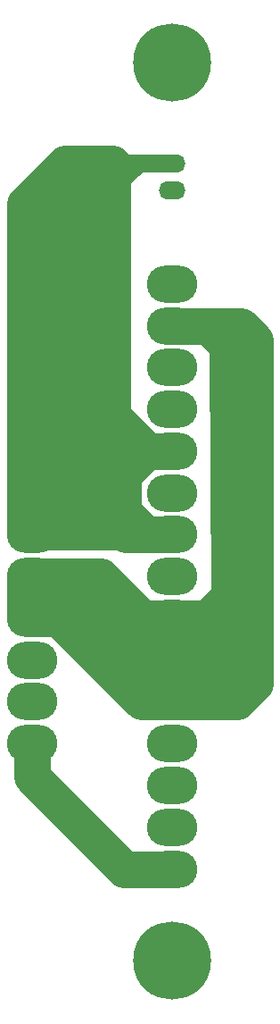
<source format=gtl>
%TF.GenerationSoftware,KiCad,Pcbnew,(5.1.9)-1*%
%TF.CreationDate,2021-05-18T19:43:41+08:00*%
%TF.ProjectId,Tandy1000PowerGeneric,54616e64-7931-4303-9030-506f77657247,rev?*%
%TF.SameCoordinates,Original*%
%TF.FileFunction,Copper,L1,Top*%
%TF.FilePolarity,Positive*%
%FSLAX46Y46*%
G04 Gerber Fmt 4.6, Leading zero omitted, Abs format (unit mm)*
G04 Created by KiCad (PCBNEW (5.1.9)-1) date 2021-05-18 19:43:41*
%MOMM*%
%LPD*%
G01*
G04 APERTURE LIST*
%TA.AperFunction,ComponentPad*%
%ADD10O,2.540000X1.700000*%
%TD*%
%TA.AperFunction,ComponentPad*%
%ADD11O,4.800000X3.500000*%
%TD*%
%TA.AperFunction,ComponentPad*%
%ADD12C,7.400000*%
%TD*%
%TA.AperFunction,Conductor*%
%ADD13C,3.500000*%
%TD*%
%TA.AperFunction,Conductor*%
%ADD14C,1.700000*%
%TD*%
G04 APERTURE END LIST*
D10*
%TO.P,J3,1*%
%TO.N,+12V*%
X173355000Y-64135000D03*
%TO.P,J3,2*%
%TO.N,GND*%
X173355000Y-66675000D03*
%TD*%
D11*
%TO.P,J2,15*%
%TO.N,-12V*%
X173355000Y-131005000D03*
%TO.P,J2,14*%
%TO.N,GND*%
X173355000Y-127045000D03*
%TO.P,J2,13*%
X173355000Y-123085000D03*
%TO.P,J2,12*%
X173355000Y-119125000D03*
%TO.P,J2,11*%
%TO.N,+5V*%
X173355000Y-115165000D03*
%TO.P,J2,10*%
X173355000Y-111205000D03*
%TO.P,J2,9*%
X173355000Y-107245000D03*
%TO.P,J2,8*%
%TO.N,GND*%
X173355000Y-103285000D03*
%TO.P,J2,7*%
%TO.N,+12V*%
X173355000Y-99325000D03*
%TO.P,J2,6*%
%TO.N,Net-(J2-Pad6)*%
X173355000Y-95365000D03*
%TO.P,J2,5*%
%TO.N,+12V*%
X173355000Y-91405000D03*
%TO.P,J2,4*%
%TO.N,GND*%
X173355000Y-87445000D03*
%TO.P,J2,3*%
X173355000Y-83485000D03*
%TO.P,J2,2*%
%TO.N,+5V*%
X173355000Y-79525000D03*
%TO.P,J2,1*%
%TO.N,Net-(J2-Pad1)*%
X173355000Y-75565000D03*
%TD*%
%TO.P,J1,6*%
%TO.N,-12V*%
X160020000Y-119125000D03*
%TO.P,J1,5*%
%TO.N,GND*%
X160020000Y-115165000D03*
%TO.P,J1,4*%
X160020000Y-111205000D03*
%TO.P,J1,3*%
%TO.N,+5V*%
X160020000Y-107245000D03*
%TO.P,J1,2*%
X160020000Y-103285000D03*
%TO.P,J1,1*%
%TO.N,+12V*%
X160020000Y-99325000D03*
%TD*%
D12*
%TO.P,H2,1*%
%TO.N,GND*%
X173355000Y-139680000D03*
%TD*%
%TO.P,H1,1*%
%TO.N,Net-(H1-Pad1)*%
X173355000Y-54630000D03*
%TD*%
D13*
%TO.N,-12V*%
X168787500Y-131005000D02*
X173355000Y-131005000D01*
X160020000Y-122237500D02*
X168787500Y-131005000D01*
X160020000Y-119125000D02*
X160020000Y-122237500D01*
%TO.N,+5V*%
X173355000Y-79525000D02*
X175829873Y-79525000D01*
X179855000Y-79525000D02*
X173355000Y-79525000D01*
X180340000Y-80010000D02*
X179855000Y-79525000D01*
X180340000Y-106680000D02*
X180340000Y-80010000D01*
X179705000Y-107315000D02*
X180340000Y-106680000D01*
X173355000Y-107245000D02*
X179705000Y-107315000D01*
X173355000Y-107245000D02*
X173355000Y-111205000D01*
X173355000Y-111205000D02*
X173355000Y-115165000D01*
X173355000Y-115165000D02*
X179475000Y-115165000D01*
X179475000Y-115165000D02*
X180340000Y-114300000D01*
X179785000Y-111205000D02*
X180340000Y-111760000D01*
X173355000Y-111205000D02*
X179785000Y-111205000D01*
X180340000Y-111760000D02*
X180340000Y-106680000D01*
X180340000Y-114300000D02*
X180340000Y-111760000D01*
X173355000Y-107245000D02*
X177315000Y-111205000D01*
X177315000Y-111205000D02*
X179785000Y-111205000D01*
X173355000Y-115165000D02*
X177315000Y-111205000D01*
X180340000Y-114230000D02*
X177315000Y-111205000D01*
X180340000Y-114300000D02*
X180340000Y-114230000D01*
X180340000Y-108180000D02*
X177315000Y-111205000D01*
X180340000Y-106680000D02*
X180340000Y-108180000D01*
X160020000Y-107245000D02*
X163125000Y-107245000D01*
X162490000Y-107245000D02*
X160020000Y-107245000D01*
X170410000Y-115165000D02*
X162490000Y-107245000D01*
X173355000Y-115165000D02*
X170410000Y-115165000D01*
X170550000Y-107245000D02*
X173355000Y-107245000D01*
X166590000Y-103285000D02*
X170550000Y-107245000D01*
X160020000Y-103285000D02*
X166590000Y-103285000D01*
X159605000Y-106830000D02*
X160020000Y-107245000D01*
X159385000Y-103285000D02*
X159385000Y-106830000D01*
X160020000Y-103285000D02*
X159605000Y-103285000D01*
X160020000Y-107245000D02*
X161855000Y-105410000D01*
X161855000Y-105410000D02*
X165735000Y-105410000D01*
X172165000Y-111205000D02*
X168205000Y-107245000D01*
X168205000Y-107245000D02*
X173355000Y-107245000D01*
X173355000Y-111205000D02*
X172165000Y-111205000D01*
X163125000Y-107245000D02*
X168205000Y-107245000D01*
X173355000Y-115165000D02*
X173355000Y-114935000D01*
X173355000Y-114935000D02*
X167640000Y-109220000D01*
X176600000Y-107245000D02*
X180340000Y-103505000D01*
X173355000Y-107245000D02*
X176600000Y-107245000D01*
X178752500Y-105092500D02*
X178602500Y-81747500D01*
X180340000Y-83185000D02*
X180340000Y-85090000D01*
X176680000Y-79525000D02*
X180340000Y-83185000D01*
X173355000Y-79525000D02*
X176680000Y-79525000D01*
X180340000Y-80010000D02*
X181239990Y-80909990D01*
X181239990Y-113400010D02*
X179475000Y-115165000D01*
X181239990Y-80909990D02*
X181239990Y-113400010D01*
D14*
%TO.N,+12V*%
X167640000Y-64135000D02*
X173355000Y-64135000D01*
D13*
X173355000Y-91405000D02*
X170980000Y-91405000D01*
X167640000Y-88065000D02*
X167640000Y-64135000D01*
X170980000Y-91405000D02*
X167640000Y-88065000D01*
X168275000Y-97790000D02*
X168275000Y-94110000D01*
X166435000Y-95950000D02*
X168657500Y-93727500D01*
X168275000Y-94110000D02*
X168657500Y-93727500D01*
X168657500Y-93727500D02*
X170980000Y-91405000D01*
X166435000Y-95950000D02*
X168275000Y-97790000D01*
X168657500Y-97102373D02*
X168657500Y-93727500D01*
X170880127Y-99325000D02*
X168657500Y-97102373D01*
X173355000Y-99325000D02*
X170880127Y-99325000D01*
X165735000Y-95250000D02*
X166435000Y-95950000D01*
X163195000Y-64135000D02*
X167640000Y-64135000D01*
X163195000Y-64135000D02*
X163195000Y-96520000D01*
X163195000Y-64770000D02*
X163195000Y-64135000D01*
X166300000Y-91405000D02*
X166000000Y-91705000D01*
X173355000Y-91405000D02*
X166300000Y-91405000D01*
D14*
X173355000Y-64135000D02*
X170180000Y-64135000D01*
X166000000Y-68315000D02*
X166000000Y-79005000D01*
X170180000Y-64135000D02*
X166000000Y-68315000D01*
D13*
X166000000Y-79005000D02*
X166000000Y-67575000D01*
X166000000Y-91705000D02*
X166000000Y-79005000D01*
X159385000Y-67945000D02*
X163195000Y-64135000D01*
X159385000Y-98690000D02*
X159385000Y-67945000D01*
X160020000Y-99325000D02*
X159385000Y-98690000D01*
X160020000Y-69850000D02*
X164147500Y-65722500D01*
X164147500Y-65722500D02*
X163195000Y-64770000D01*
X160020000Y-99325000D02*
X160020000Y-69850000D01*
X166000000Y-67575000D02*
X164147500Y-65722500D01*
X160390000Y-99325000D02*
X160020000Y-99325000D01*
X163195000Y-96520000D02*
X160390000Y-99325000D01*
X162242500Y-97472500D02*
X163195000Y-96520000D01*
X162612627Y-97102373D02*
X162242500Y-97472500D01*
X165100000Y-92605000D02*
X166000000Y-91705000D01*
X165100000Y-99060000D02*
X165100000Y-92605000D01*
X168657500Y-99060000D02*
X165100000Y-99060000D01*
X165100000Y-99060000D02*
X160612627Y-99060000D01*
X168922500Y-99325000D02*
X173355000Y-99325000D01*
X168657500Y-99060000D02*
X168922500Y-99325000D01*
%TD*%
M02*

</source>
